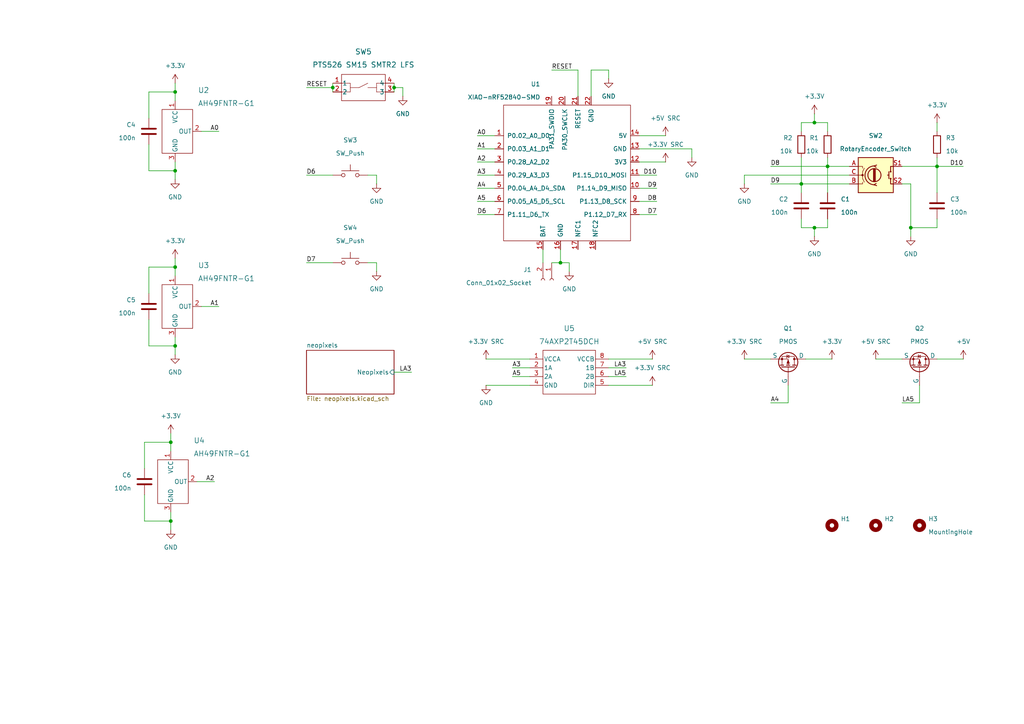
<source format=kicad_sch>
(kicad_sch (version 20250114) (generator "eeschema") (generator_version "9.0")
  (paper "A4")
  (lib_symbols
    (symbol "74AXP2T45DCH:74AXP2T45DCH" (pin_names (offset 0.254))
      (property "Reference" "U" (at 20.32 10.16 0))
      (property "Value" "74AXP2T45DCH" (at 20.32 7.62 0))
      (symbol "74AXP2T45DCH_0_1"
        (pin power_in line (at -11.43 3.81 0) (length 3.81) (name "VCCA") (number "1"))
        (pin bidirectional line (at -11.43 1.27 0) (length 3.81) (name "1A") (number "2"))
        (pin bidirectional line (at -11.43 -1.27 0) (length 3.81) (name "2A") (number "3"))
        (pin power_out line (at -11.43 -3.81 0) (length 3.81) (name "GND") (number "4"))
        (pin power_in line (at 11.43 3.81 180) (length 3.81) (name "VCCB") (number "8"))
        (pin bidirectional line (at 11.43 1.27 180) (length 3.81) (name "1B") (number "7"))
        (pin bidirectional line (at 11.43 -1.27 180) (length 3.81) (name "2B") (number "6"))
        (pin input line (at 11.43 -3.81 180) (length 3.81) (name "DIR") (number "5"))
      )
      (symbol "74AXP2T45DCH_1_1"
        (rectangle (start -7.62 6.35) (end 7.62 -6.35))
      )
    )
    (symbol "AH49FNTR_G1:AH49FNTR-G1" (pin_names (offset 0.254))
      (property "Reference" "U" (at 11.176 11.684 0))
      (property "Value" "AH49FNTR-G1" (at 11.176 9.144 0))
      (symbol "AH49FNTR-G1_0_1"
        (pin output line (at -7.62 0 0) (length 2.54) (name "OUT") (number "2"))
        (pin power_in line (at 0 8.89 270) (length 2.54) (name "VCC") (number "1"))
        (pin power_in line (at 0 -8.89 90) (length 2.54) (name "GND") (number "3"))
      )
      (symbol "AH49FNTR-G1_1_1"
        (rectangle (start -5.08 6.35) (end 3.81 -6.35))
      )
    )
    (symbol "Connector:Conn_01x02_Socket" (pin_names (offset 1.016) (hide yes))
      (property "Reference" "J" (at 0 2.54 0))
      (property "Value" "Conn_01x02_Socket" (at 0 -5.08 0))
      (symbol "Conn_01x02_Socket_1_1"
        (polyline (pts (xy -1.27 0) (xy -0.508 0)) (stroke (width 0.1524)))
        (polyline (pts (xy -1.27 -2.54) (xy -0.508 -2.54)) (stroke (width 0.1524)))
        (arc (start 0 -0.508) (mid -0.5058 0) (end 0 0.508) (stroke (width 0.1524)))
        (arc (start 0 -3.048) (mid -0.5058 -2.54) (end 0 -2.032) (stroke (width 0.1524)))
        (pin passive line (at -5.08 0 0) (length 3.81) (name "Pin_1") (number "1"))
        (pin passive line (at -5.08 -2.54 0) (length 3.81) (name "Pin_2") (number "2"))
      )
    )
    (symbol "Device:C" (pin_numbers (hide yes)) (pin_names (offset 0.254))
      (property "Reference" "C" (at 0.635 2.54 0))
      (property "Value" "C" (at 0.635 -2.54 0))
      (symbol "C_0_1"
        (polyline (pts (xy -2.032 0.762) (xy 2.032 0.762)) (stroke (width 0.508)))
        (polyline (pts (xy -2.032 -0.762) (xy 2.032 -0.762)) (stroke (width 0.508)))
      )
      (symbol "C_1_1"
        (pin passive line (at 0 3.81 270) (length 2.794) (name "~") (number "1"))
        (pin passive line (at 0 -3.81 90) (length 2.794) (name "~") (number "2"))
      )
    )
    (symbol "Device:R" (pin_numbers (hide yes)) (pin_names (offset 0))
      (property "Reference" "R" (at 2.032 0 90))
      (property "Value" "R" (at 0 0 90))
      (symbol "R_0_1"
        (rectangle (start -1.016 -2.54) (end 1.016 2.54) (stroke (width 0.254)))
      )
      (symbol "R_1_1"
        (pin passive line (at 0 3.81 270) (length 1.27) (name "~") (number "1"))
        (pin passive line (at 0 -3.81 90) (length 1.27) (name "~") (number "2"))
      )
    )
    (symbol "Device:RotaryEncoder_Switch" (pin_names (offset 0.254) (hide yes))
      (property "Reference" "SW" (at 0 6.604 0))
      (property "Value" "RotaryEncoder_Switch" (at 0 -6.604 0))
      (symbol "RotaryEncoder_Switch_0_1"
        (rectangle (start -5.08 5.08) (end 5.08 -5.08) (stroke (width 0.254)) (fill (type background)))
        (polyline (pts (xy -5.08 2.54) (xy -3.81 2.54) (xy -3.81 2.032)))
        (polyline (pts (xy -5.08 0) (xy -3.81 0) (xy -3.81 -1.016) (xy -3.302 -2.032)))
        (polyline (pts (xy -5.08 -2.54) (xy -3.81 -2.54) (xy -3.81 -2.032)))
        (polyline (pts (xy -4.318 0) (xy -3.81 0) (xy -3.81 1.016) (xy -3.302 2.032)))
        (circle (center -3.81 0) (radius 0.254) (fill (type outline)))
        (polyline (pts (xy -0.635 -1.778) (xy -0.635 1.778)) (stroke (width 0.254)))
        (circle (center -0.381 0) (radius 1.905) (stroke (width 0.254)))
        (polyline (pts (xy -0.381 -1.778) (xy -0.381 1.778)) (stroke (width 0.254)))
        (arc (start -0.381 -2.794) (mid -3.0988 -0.0635) (end -0.381 2.667) (stroke (width 0.254)))
        (polyline (pts (xy -0.127 1.778) (xy -0.127 -1.778)) (stroke (width 0.254)))
        (polyline (pts (xy 0.254 2.921) (xy -0.508 2.667) (xy 0.127 2.286)) (stroke (width 0.254)))
        (polyline (pts (xy 0.254 -3.048) (xy -0.508 -2.794) (xy 0.127 -2.413)) (stroke (width 0.254)))
        (polyline (pts (xy 3.81 1.016) (xy 3.81 -1.016)) (stroke (width 0.254)))
        (polyline (pts (xy 3.81 0) (xy 3.429 0)) (stroke (width 0.254)))
        (circle (center 4.318 1.016) (radius 0.127) (stroke (width 0.254)))
        (circle (center 4.318 -1.016) (radius 0.127) (stroke (width 0.254)))
        (polyline (pts (xy 5.08 2.54) (xy 4.318 2.54) (xy 4.318 1.016)) (stroke (width 0.254)))
        (polyline (pts (xy 5.08 -2.54) (xy 4.318 -2.54) (xy 4.318 -1.016)) (stroke (width 0.254)))
      )
      (symbol "RotaryEncoder_Switch_1_1"
        (pin passive line (at -7.62 2.54 0) (length 2.54) (name "A") (number "A"))
        (pin passive line (at -7.62 0 0) (length 2.54) (name "C") (number "C"))
        (pin passive line (at -7.62 -2.54 0) (length 2.54) (name "B") (number "B"))
        (pin passive line (at 7.62 2.54 180) (length 2.54) (name "S1") (number "S1"))
        (pin passive line (at 7.62 -2.54 180) (length 2.54) (name "S2") (number "S2"))
      )
    )
    (symbol "Mechanical:MountingHole" (pin_names (offset 1.016)) (in_bom no)
      (property "Reference" "H" (at 0 5.08 0))
      (property "Value" "MountingHole" (at 0 3.175 0))
      (symbol "MountingHole_0_1"
        (circle (center 0 0) (radius 1.27) (stroke (width 1.27)))
      )
    )
    (symbol "PTS526_SM15_SMTR2_LFS:PTS526_SM15_SMTR2_LFS" (pin_names (offset 0.254))
      (property "Reference" "SW" (at 40.64 10.16 0))
      (property "Value" "PTS526 SM15 SMTR2 LFS" (at 40.64 7.62 0))
      (symbol "PTS526_SM15_SMTR2_LFS_0_1"
        (polyline (pts (xy 7.62 -2.54) (xy 10.16 -2.54)) (stroke (width 0.127)))
        (polyline (pts (xy 7.62 -5.08) (xy 10.16 -5.08)) (stroke (width 0.127)))
        (polyline (pts (xy 10.16 -2.54) (xy 10.16 -5.08)) (stroke (width 0.127)))
        (polyline (pts (xy 10.16 -3.81) (xy 12.7 -3.81)) (stroke (width 0.127)))
        (polyline (pts (xy 12.7 -3.81) (xy 15.24 -2.54)) (stroke (width 0.127)))
        (polyline (pts (xy 17.78 -2.54) (xy 17.78 -5.08)) (stroke (width 0.127)))
        (polyline (pts (xy 17.78 -3.81) (xy 15.24 -3.81)) (stroke (width 0.127)))
        (polyline (pts (xy 17.78 -5.08) (xy 20.32 -5.08)) (stroke (width 0.127)))
        (polyline (pts (xy 20.32 -2.54) (xy 17.78 -2.54)) (stroke (width 0.127)))
        (pin unspecified line (at 5.08 -2.54 0) (length 2.54) (name "1") (number "1"))
        (pin unspecified line (at 5.08 -5.08 0) (length 2.54) (name "2") (number "2"))
        (pin unspecified line (at 22.86 -2.54 180) (length 2.54) (name "4") (number "4"))
        (pin unspecified line (at 22.86 -5.08 180) (length 2.54) (name "3") (number "3"))
      )
      (symbol "PTS526_SM15_SMTR2_LFS_1_1"
        (rectangle (start 7.62 0) (end 20.32 -7.62))
      )
    )
    (symbol "Seeed_Studio_XIAO_Series:XIAO-nRF52840-SMD" (pin_names (offset 1.016))
      (property "Reference" "U" (at -18.542 23.114 0))
      (property "Value" "XIAO-nRF52840-SMD" (at -8.636 21.336 0))
      (symbol "XIAO-nRF52840-SMD_0_1"
        (rectangle (start -19.05 20.32) (end 17.78 -19.05))
      )
      (symbol "XIAO-nRF52840-SMD_1_1"
        (pin passive line (at -21.59 11.43 0) (length 2.54) (name "P0.02_A0_D0") (number "1"))
        (pin passive line (at -21.59 7.62 0) (length 2.54) (name "P0.03_A1_D1") (number "2"))
        (pin passive line (at -21.59 3.81 0) (length 2.54) (name "P0.28_A2_D2") (number "3"))
        (pin passive line (at -21.59 0 0) (length 2.54) (name "P0.29_A3_D3") (number "4"))
        (pin passive line (at -21.59 -3.81 0) (length 2.54) (name "P0.04_A4_D4_SDA") (number "5"))
        (pin passive line (at -21.59 -7.62 0) (length 2.54) (name "P0.05_A5_D5_SCL") (number "6"))
        (pin passive line (at -21.59 -11.43 0) (length 2.54) (name "P1.11_D6_TX") (number "7"))
        (pin passive line (at -7.62 -21.59 90) (length 2.54) (name "BAT") (number "15"))
        (pin passive line (at -5.08 22.86 270) (length 2.54) (name "PA31_SWDIO") (number "19"))
        (pin passive line (at -2.54 -21.59 90) (length 2.54) (name "GND") (number "16"))
        (pin passive line (at -1.27 22.86 270) (length 2.54) (name "PA30_SWCLK") (number "20"))
        (pin passive line (at 2.54 22.86 270) (length 2.54) (name "RESET") (number "21"))
        (pin passive line (at 2.54 -21.59 90) (length 2.54) (name "NFC1") (number "17"))
        (pin passive line (at 6.35 22.86 270) (length 2.54) (name "GND") (number "22"))
        (pin passive line (at 7.62 -21.59 90) (length 2.54) (name "NFC2") (number "18"))
        (pin passive line (at 20.32 11.43 180) (length 2.54) (name "5V") (number "14"))
        (pin passive line (at 20.32 7.62 180) (length 2.54) (name "GND") (number "13"))
        (pin passive line (at 20.32 3.81 180) (length 2.54) (name "3V3") (number "12"))
        (pin passive line (at 20.32 0 180) (length 2.54) (name "P1.15_D10_MOSI") (number "11"))
        (pin passive line (at 20.32 -3.81 180) (length 2.54) (name "P1.14_D9_MISO") (number "10"))
        (pin passive line (at 20.32 -7.62 180) (length 2.54) (name "P1.13_D8_SCK") (number "9"))
        (pin passive line (at 20.32 -11.43 180) (length 2.54) (name "P1.12_D7_RX") (number "8"))
      )
    )
    (symbol "Simulation_SPICE:PMOS" (pin_numbers (hide yes)) (pin_names (offset 0))
      (property "Reference" "Q" (at 5.08 1.27 0))
      (property "Value" "PMOS" (at 5.08 -1.27 0))
      (symbol "PMOS_0_1"
        (polyline (pts (xy 0.254 1.905) (xy 0.254 -1.905)) (stroke (width 0.254)))
        (polyline (pts (xy 0.254 0) (xy -2.54 0)))
        (polyline (pts (xy 0.762 2.286) (xy 0.762 1.27)) (stroke (width 0.254)))
        (polyline (pts (xy 0.762 1.778) (xy 3.302 1.778) (xy 3.302 -1.778) (xy 0.762 -1.778)))
        (polyline (pts (xy 0.762 0.508) (xy 0.762 -0.508)) (stroke (width 0.254)))
        (polyline (pts (xy 0.762 -1.27) (xy 0.762 -2.286)) (stroke (width 0.254)))
        (circle (center 1.651 0) (radius 2.794) (stroke (width 0.254)))
        (polyline (pts (xy 2.286 0) (xy 1.27 0.381) (xy 1.27 -0.381) (xy 2.286 0)) (fill (type outline)))
        (polyline (pts (xy 2.54 2.54) (xy 2.54 1.778)))
        (circle (center 2.54 1.778) (radius 0.254) (fill (type outline)))
        (circle (center 2.54 -1.778) (radius 0.254) (fill (type outline)))
        (polyline (pts (xy 2.54 -2.54) (xy 2.54 0) (xy 0.762 0)))
        (polyline (pts (xy 2.794 -0.508) (xy 2.921 -0.381) (xy 3.683 -0.381) (xy 3.81 -0.254)))
        (polyline (pts (xy 3.302 -0.381) (xy 2.921 0.254) (xy 3.683 0.254) (xy 3.302 -0.381)))
      )
      (symbol "PMOS_1_1"
        (pin input line (at -5.08 0 0) (length 2.54) (name "G") (number "2"))
        (pin passive line (at 2.54 5.08 270) (length 2.54) (name "D") (number "1"))
        (pin passive line (at 2.54 -5.08 90) (length 2.54) (name "S") (number "3"))
      )
    )
    (symbol "Switch:SW_Push" (pin_numbers (hide yes)) (pin_names (offset 1.016) (hide yes))
      (property "Reference" "SW" (at 1.27 2.54 0))
      (property "Value" "SW_Push" (at 0 -1.524 0))
      (symbol "SW_Push_0_1"
        (circle (center -2.032 0) (radius 0.508))
        (polyline (pts (xy 0 1.27) (xy 0 3.048)))
        (circle (center 2.032 0) (radius 0.508))
        (polyline (pts (xy 2.54 1.27) (xy -2.54 1.27)))
        (pin passive line (at -5.08 0 0) (length 2.54) (name "1") (number "1"))
        (pin passive line (at 5.08 0 180) (length 2.54) (name "2") (number "2"))
      )
    )
    (symbol "power:+3.3V" (power) (pin_numbers (hide yes)) (pin_names (offset 0) (hide yes))
      (property "Value" "+3.3V" (at 0 3.556 0))
      (symbol "+3.3V_0_1"
        (polyline (pts (xy -0.762 1.27) (xy 0 2.54)))
        (polyline (pts (xy 0 2.54) (xy 0.762 1.27)))
        (polyline (pts (xy 0 0) (xy 0 2.54)))
      )
      (symbol "+3.3V_1_1"
        (pin power_in line (at 0 0 90) (length 0) (name "~") (number "1"))
      )
    )
    (symbol "power:+5V" (power) (pin_numbers (hide yes)) (pin_names (offset 0) (hide yes))
      (property "Value" "+5V" (at 0 3.556 0))
      (symbol "+5V_0_1"
        (polyline (pts (xy -0.762 1.27) (xy 0 2.54)))
        (polyline (pts (xy 0 2.54) (xy 0.762 1.27)))
        (polyline (pts (xy 0 0) (xy 0 2.54)))
      )
      (symbol "+5V_1_1"
        (pin power_in line (at 0 0 90) (length 0) (name "~") (number "1"))
      )
    )
    (symbol "power:GND" (power) (pin_numbers (hide yes)) (pin_names (offset 0) (hide yes))
      (property "Value" "GND" (at 0 -3.81 0))
      (symbol "GND_0_1"
        (polyline (pts (xy 0 0) (xy 0 -1.27) (xy 1.27 -1.27) (xy 0 -2.54) (xy -1.27 -1.27) (xy 0 -1.27)))
      )
      (symbol "GND_1_1"
        (pin power_in line (at 0 0 270) (length 0) (name "~") (number "1"))
      )
    )
  )
  (junction (at 50.8 100.33))
  (junction (at 232.41 53.34))
  (junction (at 49.53 128.27))
  (junction (at 114.3 25.4))
  (junction (at 236.22 35.56))
  (junction (at 50.8 49.53))
  (junction (at 49.53 151.13))
  (junction (at 264.16 66.04))
  (junction (at 240.03 48.26))
  (junction (at 50.8 77.47))
  (junction (at 50.8 26.67))
  (junction (at 236.22 66.04))
  (junction (at 271.78 48.26))
  (junction (at 96.52 25.4))
  (junction (at 162.56 76.2))
  (wire (pts (xy 138.43 39.37) (xy 143.51 39.37)))
  (wire (pts (xy 271.78 66.04) (xy 271.78 63.5)))
  (wire (pts (xy 119.38 107.95) (xy 114.3 107.95)))
  (wire (pts (xy 138.43 43.18) (xy 143.51 43.18)))
  (wire (pts (xy 190.5 58.42) (xy 185.42 58.42)))
  (wire (pts (xy 215.9 104.14) (xy 223.52 104.14)))
  (wire (pts (xy 185.42 46.99) (xy 193.04 46.99)))
  (wire (pts (xy 109.22 50.8) (xy 109.22 53.34)))
  (wire (pts (xy 50.8 26.67) (xy 50.8 29.21)))
  (wire (pts (xy 223.52 116.84) (xy 228.6 116.84)))
  (wire (pts (xy 138.43 62.23) (xy 143.51 62.23)))
  (wire (pts (xy 185.42 39.37) (xy 193.04 39.37)))
  (wire (pts (xy 254 104.14) (xy 261.62 104.14)))
  (wire (pts (xy 43.18 49.53) (xy 50.8 49.53)))
  (wire (pts (xy 215.9 50.8) (xy 246.38 50.8)))
  (wire (pts (xy 176.53 111.76) (xy 189.23 111.76)))
  (wire (pts (xy 50.8 49.53) (xy 50.8 46.99)))
  (wire (pts (xy 116.84 25.4) (xy 116.84 27.94)))
  (wire (pts (xy 190.5 62.23) (xy 185.42 62.23)))
  (wire (pts (xy 232.41 66.04) (xy 232.41 63.5)))
  (wire (pts (xy 271.78 45.72) (xy 271.78 48.26)))
  (wire (pts (xy 271.78 48.26) (xy 261.62 48.26)))
  (wire (pts (xy 41.91 135.89) (xy 41.91 128.27)))
  (wire (pts (xy 106.68 76.2) (xy 109.22 76.2)))
  (wire (pts (xy 138.43 46.99) (xy 143.51 46.99)))
  (wire (pts (xy 240.03 48.26) (xy 240.03 55.88)))
  (wire (pts (xy 264.16 53.34) (xy 264.16 66.04)))
  (wire (pts (xy 165.1 76.2) (xy 165.1 78.74)))
  (wire (pts (xy 240.03 35.56) (xy 240.03 38.1)))
  (wire (pts (xy 165.1 76.2) (xy 162.56 76.2)))
  (wire (pts (xy 88.9 50.8) (xy 96.52 50.8)))
  (wire (pts (xy 50.8 100.33) (xy 50.8 97.79)))
  (wire (pts (xy 62.23 139.7) (xy 57.15 139.7)))
  (wire (pts (xy 109.22 76.2) (xy 109.22 78.74)))
  (wire (pts (xy 157.48 72.39) (xy 157.48 76.2)))
  (wire (pts (xy 181.61 106.68) (xy 176.53 106.68)))
  (wire (pts (xy 190.5 50.8) (xy 185.42 50.8)))
  (wire (pts (xy 49.53 125.73) (xy 49.53 128.27)))
  (wire (pts (xy 240.03 48.26) (xy 246.38 48.26)))
  (wire (pts (xy 50.8 52.07) (xy 50.8 49.53)))
  (wire (pts (xy 50.8 102.87) (xy 50.8 100.33)))
  (wire (pts (xy 176.53 20.32) (xy 171.45 20.32)))
  (wire (pts (xy 49.53 153.67) (xy 49.53 151.13)))
  (wire (pts (xy 148.59 109.22) (xy 153.67 109.22)))
  (wire (pts (xy 160.02 20.32) (xy 167.64 20.32)))
  (wire (pts (xy 271.78 104.14) (xy 279.4 104.14)))
  (wire (pts (xy 232.41 53.34) (xy 232.41 55.88)))
  (wire (pts (xy 200.66 43.18) (xy 200.66 45.72)))
  (wire (pts (xy 181.61 109.22) (xy 176.53 109.22)))
  (wire (pts (xy 167.64 20.32) (xy 167.64 27.94)))
  (wire (pts (xy 232.41 66.04) (xy 236.22 66.04)))
  (wire (pts (xy 88.9 25.4) (xy 96.52 25.4)))
  (wire (pts (xy 232.41 38.1) (xy 232.41 35.56)))
  (wire (pts (xy 138.43 50.8) (xy 143.51 50.8)))
  (wire (pts (xy 176.53 104.14) (xy 189.23 104.14)))
  (wire (pts (xy 264.16 66.04) (xy 271.78 66.04)))
  (wire (pts (xy 106.68 50.8) (xy 109.22 50.8)))
  (wire (pts (xy 236.22 33.02) (xy 236.22 35.56)))
  (wire (pts (xy 240.03 45.72) (xy 240.03 48.26)))
  (wire (pts (xy 49.53 128.27) (xy 49.53 130.81)))
  (wire (pts (xy 162.56 72.39) (xy 162.56 76.2)))
  (wire (pts (xy 171.45 20.32) (xy 171.45 27.94)))
  (wire (pts (xy 96.52 25.4) (xy 96.52 26.67)))
  (wire (pts (xy 266.7 116.84) (xy 266.7 111.76)))
  (wire (pts (xy 233.68 104.14) (xy 241.3 104.14)))
  (wire (pts (xy 236.22 35.56) (xy 240.03 35.56)))
  (wire (pts (xy 148.59 106.68) (xy 153.67 106.68)))
  (wire (pts (xy 236.22 66.04) (xy 240.03 66.04)))
  (wire (pts (xy 43.18 85.09) (xy 43.18 77.47)))
  (wire (pts (xy 138.43 58.42) (xy 143.51 58.42)))
  (wire (pts (xy 41.91 128.27) (xy 49.53 128.27)))
  (wire (pts (xy 228.6 116.84) (xy 228.6 111.76)))
  (wire (pts (xy 50.8 77.47) (xy 50.8 80.01)))
  (wire (pts (xy 50.8 24.13) (xy 50.8 26.67)))
  (wire (pts (xy 236.22 66.04) (xy 236.22 68.58)))
  (wire (pts (xy 264.16 68.58) (xy 264.16 66.04)))
  (wire (pts (xy 43.18 34.29) (xy 43.18 26.67)))
  (wire (pts (xy 261.62 116.84) (xy 266.7 116.84)))
  (wire (pts (xy 223.52 48.26) (xy 240.03 48.26)))
  (wire (pts (xy 114.3 24.13) (xy 114.3 25.4)))
  (wire (pts (xy 41.91 151.13) (xy 49.53 151.13)))
  (wire (pts (xy 271.78 35.56) (xy 271.78 38.1)))
  (wire (pts (xy 50.8 74.93) (xy 50.8 77.47)))
  (wire (pts (xy 114.3 25.4) (xy 116.84 25.4)))
  (wire (pts (xy 176.53 20.32) (xy 176.53 22.86)))
  (wire (pts (xy 185.42 43.18) (xy 200.66 43.18)))
  (wire (pts (xy 63.5 88.9) (xy 58.42 88.9)))
  (wire (pts (xy 140.97 111.76) (xy 153.67 111.76)))
  (wire (pts (xy 63.5 38.1) (xy 58.42 38.1)))
  (wire (pts (xy 271.78 48.26) (xy 271.78 55.88)))
  (wire (pts (xy 240.03 66.04) (xy 240.03 63.5)))
  (wire (pts (xy 223.52 53.34) (xy 232.41 53.34)))
  (wire (pts (xy 232.41 45.72) (xy 232.41 53.34)))
  (wire (pts (xy 138.43 54.61) (xy 143.51 54.61)))
  (wire (pts (xy 43.18 100.33) (xy 50.8 100.33)))
  (wire (pts (xy 261.62 53.34) (xy 264.16 53.34)))
  (wire (pts (xy 162.56 76.2) (xy 160.02 76.2)))
  (wire (pts (xy 43.18 26.67) (xy 50.8 26.67)))
  (wire (pts (xy 190.5 54.61) (xy 185.42 54.61)))
  (wire (pts (xy 43.18 92.71) (xy 43.18 100.33)))
  (wire (pts (xy 41.91 143.51) (xy 41.91 151.13)))
  (wire (pts (xy 279.4 48.26) (xy 271.78 48.26)))
  (wire (pts (xy 43.18 77.47) (xy 50.8 77.47)))
  (wire (pts (xy 43.18 41.91) (xy 43.18 49.53)))
  (wire (pts (xy 49.53 151.13) (xy 49.53 148.59)))
  (wire (pts (xy 96.52 24.13) (xy 96.52 25.4)))
  (wire (pts (xy 88.9 76.2) (xy 96.52 76.2)))
  (wire (pts (xy 215.9 50.8) (xy 215.9 53.34)))
  (wire (pts (xy 232.41 35.56) (xy 236.22 35.56)))
  (wire (pts (xy 140.97 104.14) (xy 153.67 104.14)))
  (wire (pts (xy 232.41 53.34) (xy 246.38 53.34)))
  (wire (pts (xy 114.3 25.4) (xy 114.3 26.67)))
  (label "A3" (at 148.59 106.68 0))
  (label "A4" (at 223.52 116.84 0))
  (label "D10" (at 279.4 48.26 180))
  (label "D9" (at 223.52 53.34 0))
  (label "LA3" (at 119.38 107.95 180))
  (label "A3" (at 138.43 50.8 0))
  (label "D6" (at 88.9 50.8 0))
  (label "D9" (at 190.5 54.61 180))
  (label "RESET" (at 88.9 25.4 0))
  (label "A5" (at 138.43 58.42 0))
  (label "A0" (at 63.5 38.1 180))
  (label "D8" (at 223.52 48.26 0))
  (label "D10" (at 190.5 50.8 180))
  (label "D6" (at 138.43 62.23 0))
  (label "RESET" (at 160.02 20.32 0))
  (label "D7" (at 88.9 76.2 0))
  (label "D7" (at 190.5 62.23 180))
  (label "D8" (at 190.5 58.42 180))
  (label "LA5" (at 181.61 109.22 180))
  (label "A2" (at 138.43 46.99 0))
  (label "A2" (at 62.23 139.7 180))
  (label "LA3" (at 181.61 106.68 180))
  (label "A1" (at 138.43 43.18 0))
  (label "A4" (at 138.43 54.61 0))
  (label "A5" (at 148.59 109.22 0))
  (label "A0" (at 138.43 39.37 0))
  (label "LA5" (at 261.62 116.84 0))
  (label "A1" (at 63.5 88.9 180))
  (symbol (lib_id "Seeed_Studio_XIAO_Series:XIAO-nRF52840-SMD") (at 165.1 50.8 0) (unit 1)
    (property "Reference" "U1" (at 156.718 24.384 0) (effects (justify right)))
    (property "Value" "XIAO-nRF52840-SMD" (at 156.718 28.194 0) (effects (justify right)))
    (property "Footprint" "Seeed Studio XIAO Series Library:XIAO-nRF52840-SMD" (effects (hide yes)))
  )
  (symbol (lib_id "Mechanical:MountingHole") (at 254 152.4 0) (unit 1) (in_bom no)
    (property "Reference" "H2" (at 256.54 150.4949 0) (effects (justify left)))
    (property "Value" "MountingHole" (effects (hide yes)))
    (property "Footprint" "MountingHole:MountingHole_3.2mm_M3_Pad" (effects (hide yes)))
    (property "Description" "Mounting Hole without connection" (effects (hide yes)))
  )
  (symbol (lib_id "Device:C") (at 41.91 139.7 0) (mirror y) (unit 1)
    (property "Reference" "C6" (at 38.1 137.7949 0) (effects (justify left)))
    (property "Value" "100n" (at 38.1 141.6049 0) (effects (justify left)))
    (property "Footprint" "Capacitor_SMD:C_0402_1005Metric" (effects (hide yes)))
    (property "Description" "Unpolarized capacitor" (effects (hide yes)))
  )
  (symbol (lib_id "Mechanical:MountingHole") (at 241.3 152.4 0) (unit 1) (in_bom no)
    (property "Reference" "H1" (at 243.84 150.4949 0) (effects (justify left)))
    (property "Value" "MountingHole" (effects (hide yes)))
    (property "Footprint" "MountingHole:MountingHole_3.2mm_M3_Pad" (effects (hide yes)))
    (property "Description" "Mounting Hole without connection" (effects (hide yes)))
  )
  (symbol (lib_id "AH49FNTR_G1:AH49FNTR-G1") (at 49.53 139.7 0) (mirror y) (unit 1)
    (property "Reference" "U4" (at 56.134 127.762 0) (effects (font (size 1.524 1.524)) (justify right)))
    (property "Value" "AH49FNTR-G1" (at 56.134 131.572 0) (effects (font (size 1.524 1.524)) (justify right)))
    (property "Footprint" "PCM_marbastlib-he:SW_MX_HE_0deg_1u" (effects (hide yes)))
    (property "Datasheet" "AH49FNTR-G1" (effects (hide yes)))
  )
  (symbol (lib_id "74AXP2T45DCH:74AXP2T45DCH") (at 165.1 107.95 0) (unit 1)
    (property "Reference" "U5" (at 165.1 95.25 0) (effects (font (size 1.524 1.524))))
    (property "Value" "74AXP2T45DCH" (at 165.1 99.06 0) (effects (font (size 1.524 1.524))))
    (property "Footprint" "74AXP2T45DCH:VSSOP8_SOT765-1_NEX" (effects (hide yes)))
    (property "Datasheet" "74AXP2T45DCH" (effects (hide yes)))
  )
  (symbol (lib_id "power:GND") (at 200.66 45.72 0) (unit 1)
    (property "Reference" "#PWR03" (effects (hide yes)))
    (property "Value" "GND" (at 200.66 50.8 0))
    (property "Description" "Power symbol creates a global label with name \"GND\" , ground" (effects (hide yes)))
  )
  (symbol (lib_id "Device:RotaryEncoder_Switch") (at 254 50.8 0) (unit 1)
    (property "Reference" "SW2" (at 254 39.37 0))
    (property "Value" "RotaryEncoder_Switch" (at 254 43.18 0))
    (property "Footprint" "Rotary_Encoder:RotaryEncoder_Bourns_Vertical_PEC12R-3x17F-Sxxxx" (effects (hide yes)))
    (property "Description" "Rotary encoder, dual channel, incremental quadrate outputs, with switch" (effects (hide yes)))
  )
  (symbol (lib_id "power:+3.3V") (at 49.53 125.73 0) (unit 1)
    (property "Reference" "#PWR010" (effects (hide yes)))
    (property "Value" "+3.3V" (at 49.53 120.65 0))
    (property "Description" "Power symbol creates a global label with name \"+3.3V\"" (effects (hide yes)))
  )
  (symbol (lib_id "Simulation_SPICE:PMOS") (at 228.6 106.68 270) (mirror x) (unit 1)
    (property "Reference" "Q1" (at 228.6 95.25 90))
    (property "Value" "PMOS" (at 228.6 99.06 90))
    (property "Footprint" "Package_TO_SOT_SMD:SOT-23" (effects (hide yes)))
    (property "Datasheet" "https://ngspice.sourceforge.io/docs/ngspice-html-manual/manual.xhtml#cha_MOSFETs" (effects (hide yes)))
    (property "Description" "P-MOSFET transistor, drain/source/gate" (effects (hide yes)))
    (property "Sim.Device" "PMOS" (effects (hide yes)))
    (property "Sim.Type" "VDMOS" (effects (hide yes)))
    (property "Sim.Pins" "1=D 2=G 3=S" (effects (hide yes)))
  )
  (symbol (lib_id "power:+3.3V") (at 215.9 104.14 0) (unit 1)
    (property "Reference" "#PWR0112" (effects (hide yes)))
    (property "Value" "+3.3V SRC" (at 215.9 99.06 0))
    (property "Description" "Power symbol creates a global label with name \"+3.3V\"" (effects (hide yes)))
  )
  (symbol (lib_id "power:+3.3V") (at 140.97 104.14 0) (unit 1)
    (property "Reference" "#PWR0109" (effects (hide yes)))
    (property "Value" "+3.3V SRC" (at 140.97 99.06 0))
    (property "Description" "Power symbol creates a global label with name \"+3.3V\"" (effects (hide yes)))
  )
  (symbol (lib_id "power:+5V") (at 279.4 104.14 0) (unit 1)
    (property "Reference" "#PWR0115" (effects (hide yes)))
    (property "Value" "+5V" (at 279.4 99.06 0))
    (property "Description" "Power symbol creates a global label with name \"+5V\"" (effects (hide yes)))
  )
  (symbol (lib_id "power:GND") (at 140.97 111.76 0) (unit 1)
    (property "Reference" "#PWR0111" (effects (hide yes)))
    (property "Value" "GND" (at 140.97 116.84 0))
    (property "Description" "Power symbol creates a global label with name \"GND\" , ground" (effects (hide yes)))
  )
  (symbol (lib_id "power:GND") (at 215.9 53.34 0) (unit 1)
    (property "Reference" "#PWR014" (effects (hide yes)))
    (property "Value" "GND" (at 215.9 58.42 0))
    (property "Description" "Power symbol creates a global label with name \"GND\" , ground" (effects (hide yes)))
  )
  (symbol (lib_id "Device:C") (at 240.03 59.69 0) (unit 1)
    (property "Reference" "C1" (at 243.84 57.7849 0) (effects (justify left)))
    (property "Value" "100n" (at 243.84 61.5949 0) (effects (justify left)))
    (property "Footprint" "Capacitor_SMD:C_0402_1005Metric" (effects (hide yes)))
    (property "Description" "Unpolarized capacitor" (effects (hide yes)))
  )
  (symbol (lib_id "power:GND") (at 109.22 78.74 0) (unit 1)
    (property "Reference" "#PWR019" (effects (hide yes)))
    (property "Value" "GND" (at 109.22 83.82 0))
    (property "Description" "Power symbol creates a global label with name \"GND\" , ground" (effects (hide yes)))
  )
  (symbol (lib_id "Device:C") (at 43.18 88.9 0) (mirror y) (unit 1)
    (property "Reference" "C5" (at 39.37 86.9949 0) (effects (justify left)))
    (property "Value" "100n" (at 39.37 90.8049 0) (effects (justify left)))
    (property "Footprint" "Capacitor_SMD:C_0402_1005Metric" (effects (hide yes)))
    (property "Description" "Unpolarized capacitor" (effects (hide yes)))
  )
  (symbol (lib_id "Simulation_SPICE:PMOS") (at 266.7 106.68 270) (mirror x) (unit 1)
    (property "Reference" "Q2" (at 266.7 95.25 90))
    (property "Value" "PMOS" (at 266.7 99.06 90))
    (property "Footprint" "Package_TO_SOT_SMD:SOT-23" (effects (hide yes)))
    (property "Datasheet" "https://ngspice.sourceforge.io/docs/ngspice-html-manual/manual.xhtml#cha_MOSFETs" (effects (hide yes)))
    (property "Description" "P-MOSFET transistor, drain/source/gate" (effects (hide yes)))
    (property "Sim.Device" "PMOS" (effects (hide yes)))
    (property "Sim.Type" "VDMOS" (effects (hide yes)))
    (property "Sim.Pins" "1=D 2=G 3=S" (effects (hide yes)))
  )
  (symbol (lib_id "AH49FNTR_G1:AH49FNTR-G1") (at 50.8 38.1 0) (mirror y) (unit 1)
    (property "Reference" "U2" (at 57.404 26.162 0) (effects (font (size 1.524 1.524)) (justify right)))
    (property "Value" "AH49FNTR-G1" (at 57.404 29.972 0) (effects (font (size 1.524 1.524)) (justify right)))
    (property "Footprint" "PCM_marbastlib-he:SW_MX_HE_0deg_1u" (effects (hide yes)))
    (property "Datasheet" "AH49FNTR-G1" (effects (hide yes)))
  )
  (symbol (lib_id "power:GND") (at 116.84 27.94 0) (unit 1)
    (property "Reference" "#PWR012" (effects (hide yes)))
    (property "Value" "GND" (at 116.84 33.02 0))
    (property "Description" "Power symbol creates a global label with name \"GND\" , ground" (effects (hide yes)))
  )
  (symbol (lib_id "Mechanical:MountingHole") (at 266.7 152.4 0) (unit 1) (in_bom no)
    (property "Reference" "H3" (at 269.24 150.4949 0) (effects (justify left)))
    (property "Value" "MountingHole" (at 269.24 154.3049 0) (effects (justify left)))
    (property "Footprint" "MountingHole:MountingHole_3.2mm_M3_Pad" (effects (hide yes)))
    (property "Description" "Mounting Hole without connection" (effects (hide yes)))
  )
  (symbol (lib_id "power:+3.3V") (at 236.22 33.02 0) (unit 1)
    (property "Reference" "#PWR015" (effects (hide yes)))
    (property "Value" "+3.3V" (at 236.22 27.94 0))
    (property "Description" "Power symbol creates a global label with name \"+3.3V\"" (effects (hide yes)))
  )
  (symbol (lib_id "Connector:Conn_01x02_Socket") (at 160.02 81.28 270) (unit 1)
    (property "Reference" "J1" (at 154.178 78.232 90) (effects (justify right)))
    (property "Value" "Conn_01x02_Socket" (at 154.178 82.042 90) (effects (justify right)))
    (property "Footprint" "Connector_JST:JST_PH_S2B-PH-K_1x02_P2.00mm_Horizontal" (effects (hide yes)))
    (property "Description" "Generic connector, single row, 01x02, script generated" (effects (hide yes)))
  )
  (symbol (lib_id "Device:C") (at 271.78 59.69 0) (unit 1)
    (property "Reference" "C3" (at 275.59 57.7849 0) (effects (justify left)))
    (property "Value" "100n" (at 275.59 61.5949 0) (effects (justify left)))
    (property "Footprint" "Capacitor_SMD:C_0402_1005Metric" (effects (hide yes)))
    (property "Description" "Unpolarized capacitor" (effects (hide yes)))
  )
  (symbol (lib_id "AH49FNTR_G1:AH49FNTR-G1") (at 50.8 88.9 0) (mirror y) (unit 1)
    (property "Reference" "U3" (at 57.404 76.962 0) (effects (font (size 1.524 1.524)) (justify right)))
    (property "Value" "AH49FNTR-G1" (at 57.404 80.772 0) (effects (font (size 1.524 1.524)) (justify right)))
    (property "Footprint" "PCM_marbastlib-he:SW_MX_HE_0deg_1u" (effects (hide yes)))
    (property "Datasheet" "AH49FNTR-G1" (effects (hide yes)))
  )
  (symbol (lib_id "power:GND") (at 176.53 22.86 0) (unit 1)
    (property "Reference" "#PWR05" (effects (hide yes)))
    (property "Value" "GND" (at 176.53 27.94 0))
    (property "Description" "Power symbol creates a global label with name \"GND\" , ground" (effects (hide yes)))
  )
  (symbol (lib_id "Device:R") (at 271.78 41.91 0) (mirror y) (unit 1)
    (property "Reference" "R3" (at 274.32 40.0049 0) (effects (justify right)))
    (property "Value" "10k" (at 274.32 43.8149 0) (effects (justify right)))
    (property "Footprint" "Resistor_SMD:R_0402_1005Metric" (effects (hide yes)))
    (property "Description" "Resistor" (effects (hide yes)))
  )
  (symbol (lib_id "power:GND") (at 165.1 78.74 0) (unit 1)
    (property "Reference" "#PWR04" (effects (hide yes)))
    (property "Value" "GND" (at 165.1 83.82 0))
    (property "Description" "Power symbol creates a global label with name \"GND\" , ground" (effects (hide yes)))
  )
  (symbol (lib_id "Device:R") (at 232.41 41.91 0) (unit 1)
    (property "Reference" "R2" (at 229.87 40.0049 0) (effects (justify right)))
    (property "Value" "10k" (at 229.87 43.8149 0) (effects (justify right)))
    (property "Footprint" "Resistor_SMD:R_0402_1005Metric" (effects (hide yes)))
    (property "Description" "Resistor" (effects (hide yes)))
  )
  (symbol (lib_id "power:+3.3V") (at 189.23 111.76 0) (unit 1)
    (property "Reference" "#PWR0110" (effects (hide yes)))
    (property "Value" "+3.3V SRC" (at 189.23 106.68 0))
    (property "Description" "Power symbol creates a global label with name \"+3.3V\"" (effects (hide yes)))
  )
  (symbol (lib_id "power:GND") (at 50.8 52.07 0) (unit 1)
    (property "Reference" "#PWR06" (effects (hide yes)))
    (property "Value" "GND" (at 50.8 57.15 0))
    (property "Description" "Power symbol creates a global label with name \"GND\" , ground" (effects (hide yes)))
  )
  (symbol (lib_id "power:GND") (at 50.8 102.87 0) (unit 1)
    (property "Reference" "#PWR09" (effects (hide yes)))
    (property "Value" "GND" (at 50.8 107.95 0))
    (property "Description" "Power symbol creates a global label with name \"GND\" , ground" (effects (hide yes)))
  )
  (symbol (lib_id "power:+3.3V") (at 193.04 46.99 0) (unit 1)
    (property "Reference" "#PWR02" (effects (hide yes)))
    (property "Value" "+3.3V SRC" (at 193.04 41.91 0))
    (property "Description" "Power symbol creates a global label with name \"+3.3V\"" (effects (hide yes)))
  )
  (symbol (lib_id "Switch:SW_Push") (at 101.6 50.8 0) (unit 1)
    (property "Reference" "SW3" (at 101.6 40.64 0))
    (property "Value" "SW_Push" (at 101.6 44.45 0))
    (property "Footprint" "Button_Switch_Keyboard:SW_Cherry_MX_1.00u_PCB" (effects (hide yes)))
    (property "Description" "Push button switch, generic, two pins" (effects (hide yes)))
  )
  (symbol (lib_id "power:+5V") (at 189.23 104.14 0) (unit 1)
    (property "Reference" "#PWR0108" (effects (hide yes)))
    (property "Value" "+5V SRC" (at 189.23 99.06 0))
    (property "Description" "Power symbol creates a global label with name \"+5V\"" (effects (hide yes)))
  )
  (symbol (lib_id "power:GND") (at 109.22 53.34 0) (unit 1)
    (property "Reference" "#PWR018" (effects (hide yes)))
    (property "Value" "GND" (at 109.22 58.42 0))
    (property "Description" "Power symbol creates a global label with name \"GND\" , ground" (effects (hide yes)))
  )
  (symbol (lib_id "Device:C") (at 43.18 38.1 0) (mirror y) (unit 1)
    (property "Reference" "C4" (at 39.37 36.1949 0) (effects (justify left)))
    (property "Value" "100n" (at 39.37 40.0049 0) (effects (justify left)))
    (property "Footprint" "Capacitor_SMD:C_0402_1005Metric" (effects (hide yes)))
    (property "Description" "Unpolarized capacitor" (effects (hide yes)))
  )
  (symbol (lib_id "power:GND") (at 236.22 68.58 0) (unit 1)
    (property "Reference" "#PWR016" (effects (hide yes)))
    (property "Value" "GND" (at 236.22 73.66 0))
    (property "Description" "Power symbol creates a global label with name \"GND\" , ground" (effects (hide yes)))
  )
  (symbol (lib_id "Device:C") (at 232.41 59.69 0) (mirror y) (unit 1)
    (property "Reference" "C2" (at 228.6 57.7849 0) (effects (justify left)))
    (property "Value" "100n" (at 228.6 61.5949 0) (effects (justify left)))
    (property "Footprint" "Capacitor_SMD:C_0402_1005Metric" (effects (hide yes)))
    (property "Description" "Unpolarized capacitor" (effects (hide yes)))
  )
  (symbol (lib_id "power:+5V") (at 254 104.14 0) (unit 1)
    (property "Reference" "#PWR0114" (effects (hide yes)))
    (property "Value" "+5V SRC" (at 254 99.06 0))
    (property "Description" "Power symbol creates a global label with name \"+5V\"" (effects (hide yes)))
  )
  (symbol (lib_id "power:+3.3V") (at 50.8 24.13 0) (unit 1)
    (property "Reference" "#PWR07" (effects (hide yes)))
    (property "Value" "+3.3V" (at 50.8 19.05 0))
    (property "Description" "Power symbol creates a global label with name \"+3.3V\"" (effects (hide yes)))
  )
  (symbol (lib_id "power:+3.3V") (at 50.8 74.93 0) (unit 1)
    (property "Reference" "#PWR08" (effects (hide yes)))
    (property "Value" "+3.3V" (at 50.8 69.85 0))
    (property "Description" "Power symbol creates a global label with name \"+3.3V\"" (effects (hide yes)))
  )
  (symbol (lib_id "power:GND") (at 49.53 153.67 0) (unit 1)
    (property "Reference" "#PWR011" (effects (hide yes)))
    (property "Value" "GND" (at 49.53 158.75 0))
    (property "Description" "Power symbol creates a global label with name \"GND\" , ground" (effects (hide yes)))
  )
  (symbol (lib_id "Device:R") (at 240.03 41.91 0) (unit 1)
    (property "Reference" "R1" (at 237.49 40.0049 0) (effects (justify right)))
    (property "Value" "10k" (at 237.49 43.8149 0) (effects (justify right)))
    (property "Footprint" "Resistor_SMD:R_0402_1005Metric" (effects (hide yes)))
    (property "Description" "Resistor" (effects (hide yes)))
  )
  (symbol (lib_id "power:+3.3V") (at 241.3 104.14 0) (unit 1)
    (property "Reference" "#PWR0113" (effects (hide yes)))
    (property "Value" "+3.3V" (at 241.3 99.06 0))
    (property "Description" "Power symbol creates a global label with name \"+3.3V\"" (effects (hide yes)))
  )
  (symbol (lib_id "Switch:SW_Push") (at 101.6 76.2 0) (unit 1)
    (property "Reference" "SW4" (at 101.6 66.04 0))
    (property "Value" "SW_Push" (at 101.6 69.85 0))
    (property "Footprint" "Button_Switch_Keyboard:SW_Cherry_MX_1.00u_PCB" (effects (hide yes)))
    (property "Description" "Push button switch, generic, two pins" (effects (hide yes)))
  )
  (symbol (lib_id "power:GND") (at 264.16 68.58 0) (unit 1)
    (property "Reference" "#PWR013" (effects (hide yes)))
    (property "Value" "GND" (at 264.16 73.66 0))
    (property "Description" "Power symbol creates a global label with name \"GND\" , ground" (effects (hide yes)))
  )
  (symbol (lib_id "power:+3.3V") (at 271.78 35.56 0) (unit 1)
    (property "Reference" "#PWR017" (effects (hide yes)))
    (property "Value" "+3.3V" (at 271.78 30.48 0))
    (property "Description" "Power symbol creates a global label with name \"+3.3V\"" (effects (hide yes)))
  )
  (symbol (lib_id "PTS526_SM15_SMTR2_LFS:PTS526_SM15_SMTR2_LFS") (at 91.44 21.59 0) (unit 1)
    (property "Reference" "SW5" (at 105.41 14.986 0) (effects (font (size 1.524 1.524))))
    (property "Value" "PTS526 SM15 SMTR2 LFS" (at 105.41 18.796 0) (effects (font (size 1.524 1.524))))
    (property "Footprint" "PTS526_SM15_SMTR2_LFS:SON4_PTS526 SM15 SMTR2 LFS_CNK" (effects (hide yes)))
    (property "Datasheet" "PTS526 SM15 SMTR2 LFS" (effects (hide yes)))
  )
  (symbol (lib_id "power:+5V") (at 193.04 39.37 0) (unit 1)
    (property "Reference" "#PWR01" (effects (hide yes)))
    (property "Value" "+5V SRC" (at 193.04 34.29 0))
    (property "Description" "Power symbol creates a global label with name \"+5V\"" (effects (hide yes)))
  )
  (sheet (at 88.9 101.6) (size 25.4 12.7) (stroke (width 0.1524))
    (property "Sheetname" "neopixels" (at 88.9 100.8884 0) (effects (justify left bottom)))
    (property "Sheetfile" "neopixels.kicad_sch" (at 88.9 114.8846 0) (effects (justify left top)))
    (pin "Neopixels" input (at 114.3 107.95 0))
  )
)
</source>
